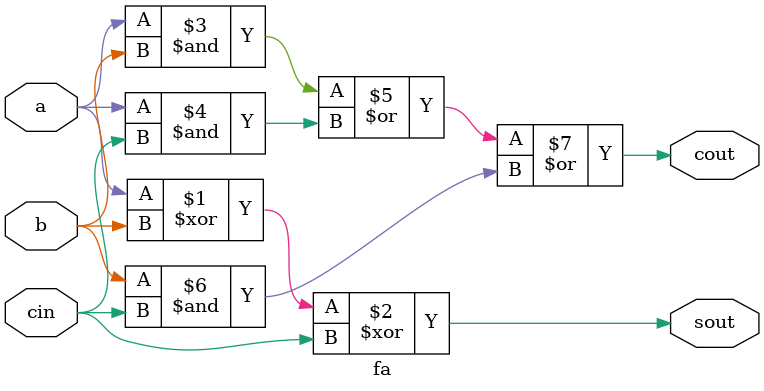
<source format=v>
`timescale 1ns / 1ps

module fa(a,b,cin,sout,cout);
  output sout,cout;
  input a,b,cin;
  assign sout=(a^b^cin);
  assign cout=((a&b)|(a&cin)|(b&cin));
endmodule

</source>
